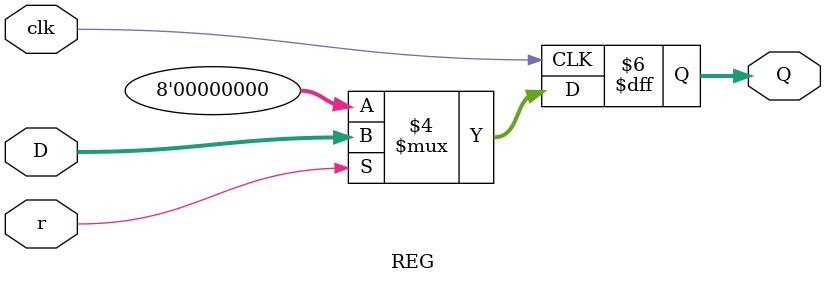
<source format=v>
module REG(input[7:0] D,input clk,r,output reg[7:0] Q);
  always@(posedge clk)
    if(r==0)
      Q <= 0;
    else
      Q <= D;
endmodule

</source>
